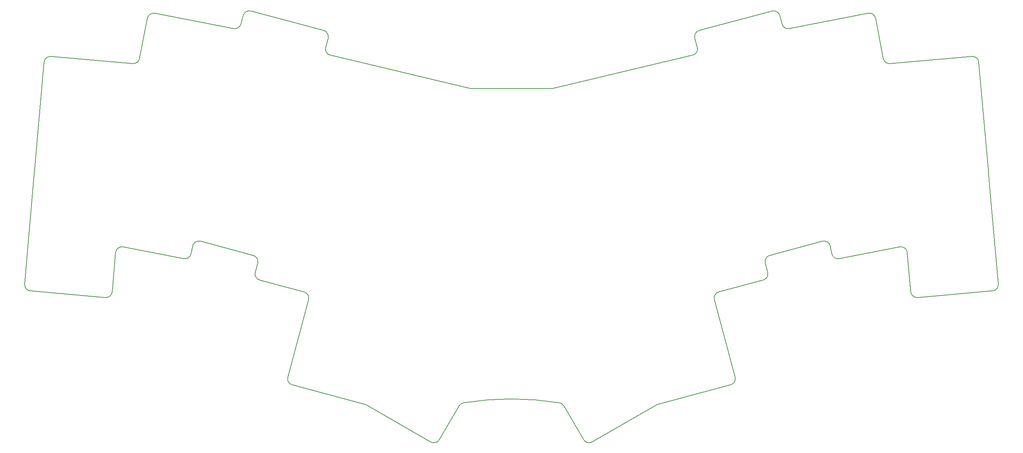
<source format=gbr>
%TF.GenerationSoftware,KiCad,Pcbnew,7.0.2*%
%TF.CreationDate,2023-06-30T23:19:36+02:00*%
%TF.ProjectId,Qeshda,51657368-6461-42e6-9b69-6361645f7063,rev?*%
%TF.SameCoordinates,Original*%
%TF.FileFunction,Profile,NP*%
%FSLAX46Y46*%
G04 Gerber Fmt 4.6, Leading zero omitted, Abs format (unit mm)*
G04 Created by KiCad (PCBNEW 7.0.2) date 2023-06-30 23:19:36*
%MOMM*%
%LPD*%
G01*
G04 APERTURE LIST*
%TA.AperFunction,Profile*%
%ADD10C,0.150000*%
%TD*%
G04 APERTURE END LIST*
D10*
X119264808Y-120526296D02*
G75*
G03*
X118903037Y-120376446I-750108J-1299304D01*
G01*
X229037296Y-82870656D02*
G75*
G03*
X227176640Y-81707979I-1472396J-286144D01*
G01*
X229037310Y-82870653D02*
X229385916Y-84664080D01*
X202630853Y-93720202D02*
G75*
G03*
X201570194Y-95557319I388247J-1448898D01*
G01*
X93439211Y-86895073D02*
G75*
G03*
X92378629Y-85057978I-1448811J388273D01*
G01*
X213135287Y-90905507D02*
G75*
G03*
X214195957Y-89068427I-388087J1448807D01*
G01*
X266633024Y-67213266D02*
X268790129Y-91869085D01*
X170604779Y-128715039D02*
G75*
G03*
X172653820Y-129264075I1299021J749939D01*
G01*
X188149865Y-120376434D02*
G75*
G03*
X187788096Y-120526297I388435J-1449266D01*
G01*
X119264808Y-120526297D02*
X134399084Y-129264075D01*
X90011765Y-28208281D02*
X89472450Y-30221031D01*
X219315556Y-31305243D02*
X237970393Y-27679110D01*
X241581245Y-38393793D02*
G75*
G03*
X243184367Y-39601882I1472355J286093D01*
G01*
X77666987Y-84664080D02*
X78015594Y-82870653D01*
X57358605Y-95045418D02*
G75*
G03*
X58983625Y-93681925I130795J1494218D01*
G01*
X239729047Y-28865337D02*
X241581193Y-38393803D01*
X196949882Y-33591717D02*
X197532225Y-35765050D01*
X100565130Y-113909905D02*
G75*
G03*
X101625809Y-115747025I1448770J-388295D01*
G01*
X188149868Y-120376446D02*
X205427095Y-115747027D01*
X61575666Y-83064319D02*
X75908333Y-85850307D01*
X101625809Y-115747027D02*
X118903036Y-120376446D01*
X63868538Y-39601857D02*
G75*
G03*
X65471710Y-38393804I130762J1494257D01*
G01*
X214674267Y-85057951D02*
G75*
G03*
X213613614Y-86895095I388333J-1448949D01*
G01*
X109042362Y-31754600D02*
X91848882Y-27147620D01*
X214195957Y-89068427D02*
X213613614Y-86895094D01*
X164809740Y-119987346D02*
G75*
G03*
X142243164Y-119987346I-11283288J-69620048D01*
G01*
X248069228Y-93681929D02*
G75*
G03*
X249694305Y-95045483I1494372J130829D01*
G01*
X110103013Y-33591715D02*
G75*
G03*
X109042362Y-31754599I-1448913J388215D01*
G01*
X109520677Y-35765049D02*
G75*
G03*
X110581339Y-37602167I1449023J-388151D01*
G01*
X110581339Y-37602167D02*
X143950203Y-45524894D01*
X215204022Y-27147620D02*
X198010542Y-31754600D01*
X93439290Y-86895094D02*
X92856947Y-89068427D01*
X38262775Y-91869085D02*
X40419880Y-67213266D01*
X65471711Y-38393803D02*
X67323857Y-28865337D01*
X217580454Y-30221031D02*
X217041139Y-28208281D01*
X61575670Y-83064300D02*
G75*
G03*
X59795161Y-84406027I-286170J-1472500D01*
G01*
X267426571Y-93494124D02*
G75*
G03*
X268790129Y-91869086I-130771J1494324D01*
G01*
X100565149Y-113909910D02*
X105482711Y-95557319D01*
X69082511Y-27679110D02*
X87737348Y-31305243D01*
X202630853Y-93720202D02*
X213135297Y-90905545D01*
X201570193Y-95557319D02*
X206487755Y-113909910D01*
X198010541Y-31754594D02*
G75*
G03*
X196949882Y-33591716I388259J-1448906D01*
G01*
X239729000Y-28865346D02*
G75*
G03*
X237970392Y-27679110I-1472400J-286154D01*
G01*
X172653820Y-129264075D02*
X187788096Y-120526297D01*
X92856975Y-89068435D02*
G75*
G03*
X93917607Y-90905544I1448825J-388265D01*
G01*
X134399120Y-129264012D02*
G75*
G03*
X136448122Y-128715037I749980J1299112D01*
G01*
X264188306Y-39270005D02*
X266489217Y-65569545D01*
X142243164Y-119987343D02*
G75*
G03*
X141100197Y-120729202I156136J-1491957D01*
G01*
X165952707Y-120729202D02*
X170604782Y-128715037D01*
X163105631Y-45531146D02*
X196471564Y-37602167D01*
X44489628Y-37906401D02*
G75*
G03*
X42864599Y-39270005I-130728J-1494299D01*
G01*
X264188346Y-39270002D02*
G75*
G03*
X262563280Y-37906448I-1494346J-130798D01*
G01*
X217580476Y-30221025D02*
G75*
G03*
X219315556Y-31305242I1448824J388125D01*
G01*
X196471559Y-37602147D02*
G75*
G03*
X197532223Y-35765051I-388159J1448847D01*
G01*
X105482707Y-95557318D02*
G75*
G03*
X104422051Y-93720202I-1448907J388218D01*
G01*
X243184367Y-39601882D02*
X262563280Y-37906447D01*
X247257658Y-84406033D02*
G75*
G03*
X245477237Y-83064320I-1494158J-130567D01*
G01*
X75908325Y-85850349D02*
G75*
G03*
X77666987Y-84664080I286275J1472349D01*
G01*
X231144571Y-85850307D02*
X245477238Y-83064319D01*
X229385915Y-84664080D02*
G75*
G03*
X231144571Y-85850306I1472485J286280D01*
G01*
X40563687Y-65569545D02*
X42864598Y-39270005D01*
X136448122Y-128715037D02*
X141100197Y-120729202D01*
X205427095Y-115747027D02*
G75*
G03*
X206487755Y-113909909I-388295J1448927D01*
G01*
X69082519Y-27679068D02*
G75*
G03*
X67323857Y-28865338I-286219J-1472432D01*
G01*
X249694305Y-95045483D02*
X267426570Y-93494111D01*
X40563687Y-65569545D02*
X40419880Y-67213266D01*
X266633024Y-67213266D02*
X266489217Y-65569545D01*
X79876258Y-81708000D02*
G75*
G03*
X78015594Y-82870653I-388158J-1449000D01*
G01*
X217041123Y-28208285D02*
G75*
G03*
X215204022Y-27147621I-1448823J-388115D01*
G01*
X79876264Y-81707978D02*
X92378630Y-85057977D01*
X214674274Y-85057977D02*
X227176640Y-81707978D01*
X143950203Y-45524894D02*
X163105631Y-45531146D01*
X58983625Y-93681925D02*
X59795161Y-84406026D01*
X38262785Y-91869086D02*
G75*
G03*
X39626333Y-93494110I1494315J-130714D01*
G01*
X165952684Y-120729216D02*
G75*
G03*
X164809739Y-119987344I-1298984J-749884D01*
G01*
X44489624Y-37906447D02*
X63868536Y-39601882D01*
X91848885Y-27147610D02*
G75*
G03*
X90011766Y-28208281I-388285J-1448790D01*
G01*
X87737349Y-31305239D02*
G75*
G03*
X89472450Y-30221030I286151J1472539D01*
G01*
X93917607Y-90905545D02*
X104422050Y-93720202D01*
X39626333Y-93494111D02*
X57358599Y-95045483D01*
X247257743Y-84406026D02*
X248069279Y-93681925D01*
X109520679Y-35765050D02*
X110103022Y-33591717D01*
M02*

</source>
